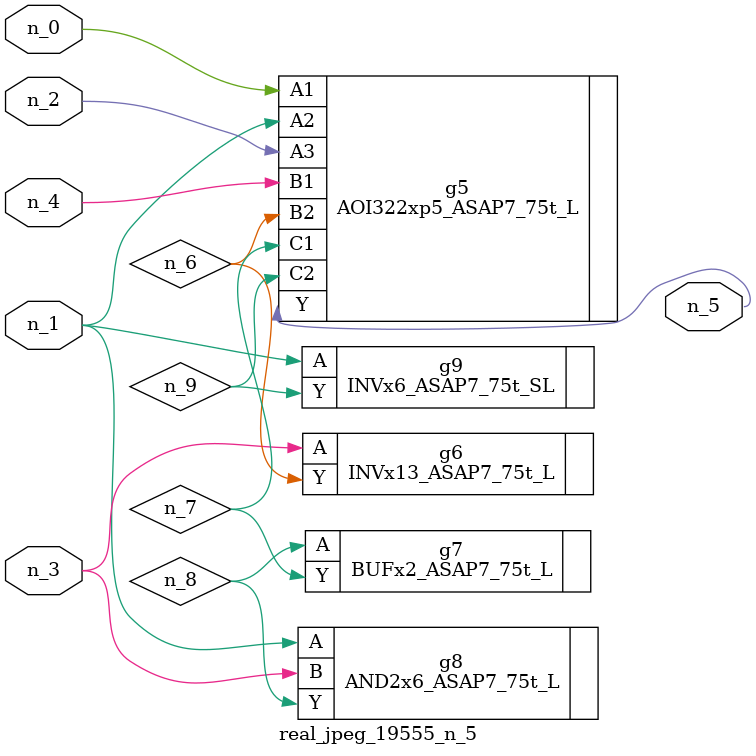
<source format=v>
module real_jpeg_19555_n_5 (n_4, n_0, n_1, n_2, n_3, n_5);

input n_4;
input n_0;
input n_1;
input n_2;
input n_3;

output n_5;

wire n_8;
wire n_6;
wire n_7;
wire n_9;

AOI322xp5_ASAP7_75t_L g5 ( 
.A1(n_0),
.A2(n_1),
.A3(n_2),
.B1(n_4),
.B2(n_6),
.C1(n_7),
.C2(n_9),
.Y(n_5)
);

AND2x6_ASAP7_75t_L g8 ( 
.A(n_1),
.B(n_3),
.Y(n_8)
);

INVx6_ASAP7_75t_SL g9 ( 
.A(n_1),
.Y(n_9)
);

INVx13_ASAP7_75t_L g6 ( 
.A(n_3),
.Y(n_6)
);

BUFx2_ASAP7_75t_L g7 ( 
.A(n_8),
.Y(n_7)
);


endmodule
</source>
